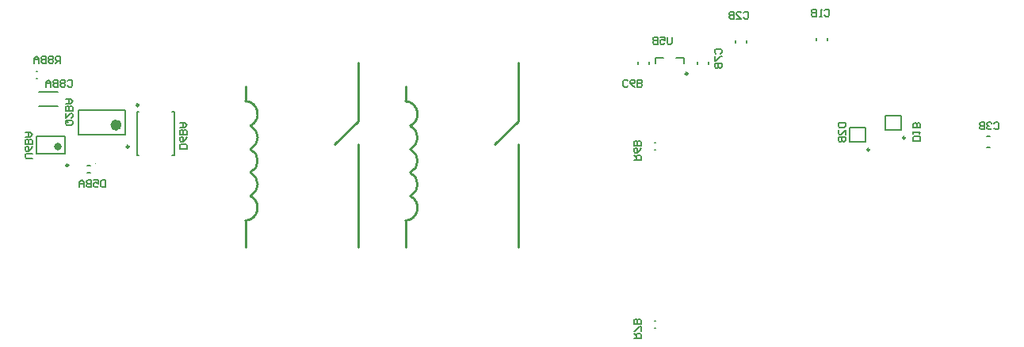
<source format=gbo>
G04 Layer_Color=32896*
%FSLAX24Y24*%
%MOIN*%
G70*
G01*
G75*
%ADD22C,0.0100*%
%ADD38C,0.0039*%
%ADD39C,0.0098*%
%ADD40C,0.0236*%
%ADD42C,0.0157*%
%ADD43C,0.0079*%
%ADD45C,0.0070*%
D22*
X17197Y16909D02*
G03*
X17197Y17894I-246J492D01*
G01*
Y18878D02*
G03*
X17197Y19862I-246J492D01*
G01*
X16996Y15869D02*
G03*
X17197Y16909I-46J548D01*
G01*
Y19862D02*
G03*
X16990Y20903I-246J492D01*
G01*
X17197Y17894D02*
G03*
X17197Y18878I-246J492D01*
G01*
X10472Y17898D02*
G03*
X10472Y18882I-246J492D01*
G01*
Y19866D02*
G03*
X10266Y20907I-246J492D01*
G01*
X10272Y15873D02*
G03*
X10472Y16913I-46J548D01*
G01*
Y18882D02*
G03*
X10472Y19866I-246J492D01*
G01*
Y16913D02*
G03*
X10472Y17898I-246J492D01*
G01*
X16996Y14748D02*
Y15869D01*
X16990Y20903D02*
Y21525D01*
X17000Y21535D01*
X21724Y20059D02*
Y22520D01*
X20740Y19075D02*
X21724Y20059D01*
Y14744D02*
Y19075D01*
X15000Y14748D02*
Y19079D01*
X14016D02*
X15000Y20063D01*
Y22524D01*
X10266Y21529D02*
X10276Y21539D01*
X10266Y20907D02*
Y21529D01*
X10272Y14752D02*
Y15873D01*
D38*
X3973Y18284D02*
G03*
X3973Y18284I-20J0D01*
G01*
D39*
X28858Y22059D02*
G03*
X28858Y22059I-49J0D01*
G01*
X38006Y19356D02*
G03*
X38006Y19356I-49J0D01*
G01*
X36506Y18856D02*
G03*
X36506Y18856I-49J0D01*
G01*
X2816Y18202D02*
G03*
X2816Y18202I-49J0D01*
G01*
X5361Y18988D02*
G03*
X5361Y18988I-49J0D01*
G01*
X5770Y20732D02*
G03*
X5770Y20732I-49J0D01*
G01*
D40*
X4936Y19894D02*
G03*
X4936Y19894I-118J0D01*
G01*
D42*
X2451Y18989D02*
G03*
X2451Y18989I-79J0D01*
G01*
D43*
X34736Y23441D02*
Y23559D01*
X34264Y23441D02*
Y23559D01*
X31336Y23341D02*
Y23459D01*
X30864Y23341D02*
Y23459D01*
X28710Y22483D02*
Y22719D01*
X28376D02*
X28710D01*
X27490Y22483D02*
Y22719D01*
X27824D01*
X37165Y19693D02*
Y20307D01*
X37835D01*
Y19693D02*
Y20307D01*
X37165Y19693D02*
X37835D01*
X35665Y19193D02*
Y19807D01*
X36335D01*
Y19193D02*
Y19807D01*
X35665Y19193D02*
X36335D01*
X41441Y18964D02*
X41559D01*
X41441Y19436D02*
X41559D01*
X29264Y22441D02*
Y22559D01*
X29736Y22441D02*
Y22559D01*
X27480Y18852D02*
X27520D01*
X27480Y19148D02*
X27520D01*
X26764Y22441D02*
Y22559D01*
X27236Y22441D02*
Y22559D01*
X27480Y11352D02*
X27520D01*
X27480Y11648D02*
X27520D01*
X1467Y18674D02*
X2688D01*
X1467Y19422D02*
X2688D01*
Y18674D02*
Y19422D01*
X1467Y18674D02*
Y19422D01*
X3243Y19500D02*
X5212D01*
X3243Y20524D02*
X5212D01*
Y19500D02*
Y20524D01*
X3243Y19500D02*
Y20524D01*
X7175Y18630D02*
X7265D01*
X7175Y20441D02*
X7265D01*
X5690Y18630D02*
X5780D01*
X5690Y20441D02*
X5780D01*
X7265Y18630D02*
Y20441D01*
X5690Y18630D02*
Y20441D01*
X3617Y17891D02*
X3738D01*
X3617Y18206D02*
X3738D01*
X1458Y21852D02*
X1497D01*
X1458Y22148D02*
X1497D01*
X1584Y20695D02*
X2371D01*
X1584Y21305D02*
X2371D01*
D45*
X34620Y24720D02*
X34670Y24770D01*
X34770D01*
X34820Y24720D01*
Y24520D01*
X34770Y24470D01*
X34670D01*
X34620Y24520D01*
X34520Y24470D02*
X34420D01*
X34470D01*
Y24770D01*
X34520Y24720D01*
X34270Y24770D02*
Y24470D01*
X34120D01*
X34070Y24520D01*
Y24570D01*
X34120Y24620D01*
X34270D01*
X34120D01*
X34070Y24670D01*
Y24720D01*
X34120Y24770D01*
X34270D01*
X31220Y24620D02*
X31270Y24670D01*
X31370D01*
X31420Y24620D01*
Y24420D01*
X31370Y24370D01*
X31270D01*
X31220Y24420D01*
X30920Y24370D02*
X31120D01*
X30920Y24570D01*
Y24620D01*
X30970Y24670D01*
X31070D01*
X31120Y24620D01*
X30820Y24670D02*
Y24370D01*
X30670D01*
X30620Y24420D01*
Y24470D01*
X30670Y24520D01*
X30820D01*
X30670D01*
X30620Y24570D01*
Y24620D01*
X30670Y24670D01*
X30820D01*
X41740Y19960D02*
X41790Y20010D01*
X41890D01*
X41940Y19960D01*
Y19760D01*
X41890Y19710D01*
X41790D01*
X41740Y19760D01*
X41640Y19960D02*
X41590Y20010D01*
X41490D01*
X41440Y19960D01*
Y19910D01*
X41490Y19860D01*
X41540D01*
X41490D01*
X41440Y19810D01*
Y19760D01*
X41490Y19710D01*
X41590D01*
X41640Y19760D01*
X41340Y20010D02*
Y19710D01*
X41190D01*
X41140Y19760D01*
Y19810D01*
X41190Y19860D01*
X41340D01*
X41190D01*
X41140Y19910D01*
Y19960D01*
X41190Y20010D01*
X41340D01*
X26340Y21550D02*
X26290Y21500D01*
X26190D01*
X26140Y21550D01*
Y21750D01*
X26190Y21800D01*
X26290D01*
X26340Y21750D01*
X26640Y21500D02*
X26540Y21550D01*
X26440Y21650D01*
Y21750D01*
X26490Y21800D01*
X26590D01*
X26640Y21750D01*
Y21700D01*
X26590Y21650D01*
X26440D01*
X26740Y21500D02*
Y21800D01*
X26890D01*
X26940Y21750D01*
Y21700D01*
X26890Y21650D01*
X26740D01*
X26890D01*
X26940Y21600D01*
Y21550D01*
X26890Y21500D01*
X26740D01*
X4377Y17588D02*
Y17288D01*
X4228D01*
X4178Y17338D01*
Y17538D01*
X4228Y17588D01*
X4377D01*
X3878D02*
X4078D01*
Y17438D01*
X3978Y17488D01*
X3928D01*
X3878Y17438D01*
Y17338D01*
X3928Y17288D01*
X4028D01*
X4078Y17338D01*
X3778Y17588D02*
Y17288D01*
X3628D01*
X3578Y17338D01*
Y17388D01*
X3628Y17438D01*
X3778D01*
X3628D01*
X3578Y17488D01*
Y17538D01*
X3628Y17588D01*
X3778D01*
X3478Y17288D02*
Y17488D01*
X3378Y17588D01*
X3278Y17488D01*
Y17288D01*
Y17438D01*
X3478D01*
X7800Y18900D02*
X7500D01*
Y19050D01*
X7550Y19100D01*
X7750D01*
X7800Y19050D01*
Y18900D01*
Y19400D02*
X7750Y19300D01*
X7650Y19200D01*
X7550D01*
X7500Y19250D01*
Y19350D01*
X7550Y19400D01*
X7600D01*
X7650Y19350D01*
Y19200D01*
X7800Y19500D02*
X7500D01*
Y19650D01*
X7550Y19700D01*
X7600D01*
X7650Y19650D01*
Y19500D01*
Y19650D01*
X7700Y19700D01*
X7750D01*
X7800Y19650D01*
Y19500D01*
X7500Y19800D02*
X7700D01*
X7800Y19900D01*
X7700Y20000D01*
X7500D01*
X7650D01*
Y19800D01*
X2750Y20100D02*
X2950D01*
X3000Y20050D01*
Y19950D01*
X2950Y19900D01*
X2750D01*
X2700Y19950D01*
Y20050D01*
X2800Y20000D02*
X2700Y20100D01*
Y20050D02*
X2750Y20100D01*
X2700Y20400D02*
Y20200D01*
X2900Y20400D01*
X2950D01*
X3000Y20350D01*
Y20250D01*
X2950Y20200D01*
X3000Y20500D02*
X2700D01*
Y20650D01*
X2750Y20700D01*
X2800D01*
X2850Y20650D01*
Y20500D01*
Y20650D01*
X2900Y20700D01*
X2950D01*
X3000Y20650D01*
Y20500D01*
X2700Y20800D02*
X2900D01*
X3000Y20900D01*
X2900Y21000D01*
X2700D01*
X2850D01*
Y20800D01*
X26600Y18440D02*
X26900D01*
Y18590D01*
X26850Y18640D01*
X26750D01*
X26700Y18590D01*
Y18440D01*
Y18540D02*
X26600Y18640D01*
X26900Y18940D02*
X26850Y18840D01*
X26750Y18740D01*
X26650D01*
X26600Y18790D01*
Y18890D01*
X26650Y18940D01*
X26700D01*
X26750Y18890D01*
Y18740D01*
X26900Y19040D02*
X26600D01*
Y19190D01*
X26650Y19240D01*
X26700D01*
X26750Y19190D01*
Y19040D01*
Y19190D01*
X26800Y19240D01*
X26850D01*
X26900Y19190D01*
Y19040D01*
X26600Y10940D02*
X26900D01*
Y11090D01*
X26850Y11140D01*
X26750D01*
X26700Y11090D01*
Y10940D01*
Y11040D02*
X26600Y11140D01*
X26900Y11240D02*
Y11440D01*
X26850D01*
X26650Y11240D01*
X26600D01*
X26900Y11540D02*
X26600D01*
Y11690D01*
X26650Y11740D01*
X26700D01*
X26750Y11690D01*
Y11540D01*
Y11690D01*
X26800Y11740D01*
X26850D01*
X26900Y11690D01*
Y11540D01*
X1300Y18500D02*
X1050D01*
X1000Y18550D01*
Y18650D01*
X1050Y18700D01*
X1300D01*
Y19000D02*
X1250Y18900D01*
X1150Y18800D01*
X1050D01*
X1000Y18850D01*
Y18950D01*
X1050Y19000D01*
X1100D01*
X1150Y18950D01*
Y18800D01*
X1300Y19100D02*
X1000D01*
Y19250D01*
X1050Y19300D01*
X1100D01*
X1150Y19250D01*
Y19100D01*
Y19250D01*
X1200Y19300D01*
X1250D01*
X1300Y19250D01*
Y19100D01*
X1000Y19400D02*
X1200D01*
X1300Y19500D01*
X1200Y19600D01*
X1000D01*
X1150D01*
Y19400D01*
X30050Y22900D02*
X30000Y22950D01*
Y23050D01*
X30050Y23100D01*
X30250D01*
X30300Y23050D01*
Y22950D01*
X30250Y22900D01*
X30000Y22800D02*
Y22600D01*
X30050D01*
X30250Y22800D01*
X30300D01*
X30000Y22500D02*
X30300D01*
Y22350D01*
X30250Y22300D01*
X30200D01*
X30150Y22350D01*
Y22500D01*
Y22350D01*
X30100Y22300D01*
X30050D01*
X30000Y22350D01*
Y22500D01*
X2778Y21750D02*
X2828Y21800D01*
X2928D01*
X2977Y21750D01*
Y21550D01*
X2928Y21500D01*
X2828D01*
X2778Y21550D01*
X2678Y21750D02*
X2628Y21800D01*
X2528D01*
X2478Y21750D01*
Y21700D01*
X2528Y21650D01*
X2478Y21600D01*
Y21550D01*
X2528Y21500D01*
X2628D01*
X2678Y21550D01*
Y21600D01*
X2628Y21650D01*
X2678Y21700D01*
Y21750D01*
X2628Y21650D02*
X2528D01*
X2378Y21800D02*
Y21500D01*
X2228D01*
X2178Y21550D01*
Y21600D01*
X2228Y21650D01*
X2378D01*
X2228D01*
X2178Y21700D01*
Y21750D01*
X2228Y21800D01*
X2378D01*
X2078Y21500D02*
Y21700D01*
X1978Y21800D01*
X1878Y21700D01*
Y21500D01*
Y21650D01*
X2078D01*
X28200Y23600D02*
Y23350D01*
X28150Y23300D01*
X28050D01*
X28000Y23350D01*
Y23600D01*
X27700D02*
X27900D01*
Y23450D01*
X27800Y23500D01*
X27750D01*
X27700Y23450D01*
Y23350D01*
X27750Y23300D01*
X27850D01*
X27900Y23350D01*
X27600Y23600D02*
Y23300D01*
X27450D01*
X27400Y23350D01*
Y23400D01*
X27450Y23450D01*
X27600D01*
X27450D01*
X27400Y23500D01*
Y23550D01*
X27450Y23600D01*
X27600D01*
X38655Y19225D02*
X38355D01*
Y19375D01*
X38405Y19425D01*
X38605D01*
X38655Y19375D01*
Y19225D01*
X38355Y19525D02*
Y19625D01*
Y19575D01*
X38655D01*
X38605Y19525D01*
X38655Y19775D02*
X38355D01*
Y19925D01*
X38405Y19975D01*
X38455D01*
X38505Y19925D01*
Y19775D01*
Y19925D01*
X38555Y19975D01*
X38605D01*
X38655Y19925D01*
Y19775D01*
X35200Y20000D02*
X35500D01*
Y19850D01*
X35450Y19800D01*
X35250D01*
X35200Y19850D01*
Y20000D01*
X35500Y19500D02*
Y19700D01*
X35300Y19500D01*
X35250D01*
X35200Y19550D01*
Y19650D01*
X35250Y19700D01*
X35200Y19400D02*
X35500D01*
Y19250D01*
X35450Y19200D01*
X35400D01*
X35350Y19250D01*
Y19400D01*
Y19250D01*
X35300Y19200D01*
X35250D01*
X35200Y19250D01*
Y19400D01*
X2477Y22500D02*
Y22800D01*
X2328D01*
X2278Y22750D01*
Y22650D01*
X2328Y22600D01*
X2477D01*
X2378D02*
X2278Y22500D01*
X2178Y22750D02*
X2128Y22800D01*
X2028D01*
X1978Y22750D01*
Y22700D01*
X2028Y22650D01*
X1978Y22600D01*
Y22550D01*
X2028Y22500D01*
X2128D01*
X2178Y22550D01*
Y22600D01*
X2128Y22650D01*
X2178Y22700D01*
Y22750D01*
X2128Y22650D02*
X2028D01*
X1878Y22800D02*
Y22500D01*
X1728D01*
X1678Y22550D01*
Y22600D01*
X1728Y22650D01*
X1878D01*
X1728D01*
X1678Y22700D01*
Y22750D01*
X1728Y22800D01*
X1878D01*
X1578Y22500D02*
Y22700D01*
X1478Y22800D01*
X1378Y22700D01*
Y22500D01*
Y22650D01*
X1578D01*
M02*

</source>
